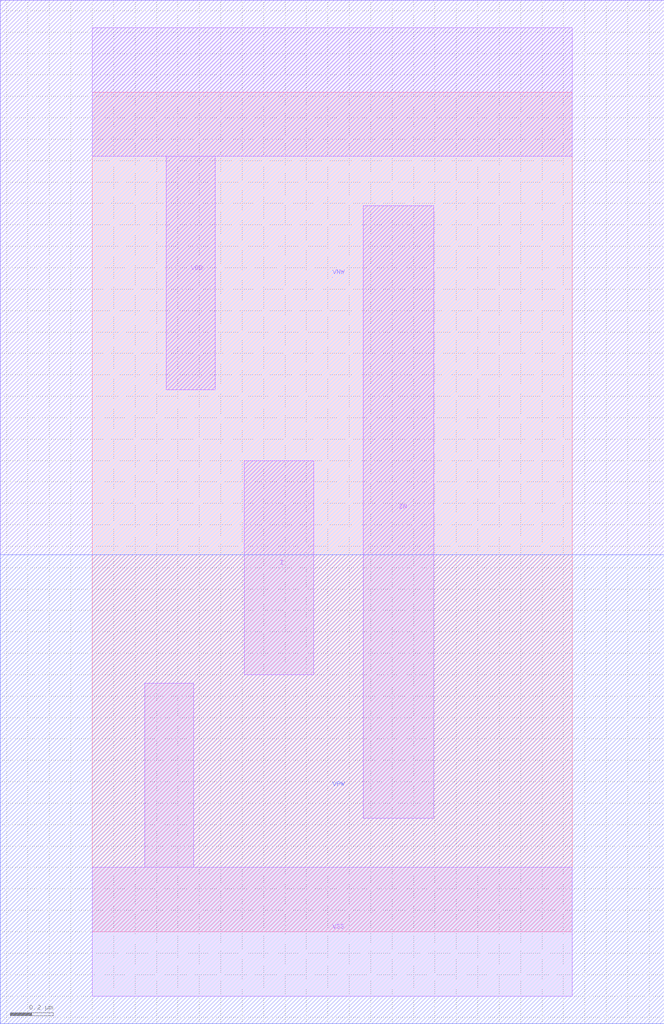
<source format=lef>
VERSION 5.7 ;
  NOWIREEXTENSIONATPIN ON ;
  DIVIDERCHAR "/" ;
  BUSBITCHARS "[]" ;
MACRO gf180mcu_fd_sc_mcu7t5v0__inv_1
  CLASS BLOCK ;
  FOREIGN gf180mcu_fd_sc_mcu7t5v0__inv_1 ;
  ORIGIN 0.000 0.000 ;
  SIZE 2.240 BY 3.920 ;
  SYMMETRY X Y ;
  SITE GF018hv5v_mcu_sc7 ;
  PIN I
    DIRECTION INPUT ;
    ANTENNAGATEAREA 1.102000 ;
    PORT
      LAYER Metal1 ;
        RECT 0.710 1.200 1.035 2.200 ;
    END
  END I
  PIN ZN
    DIRECTION OUTPUT ;
    ANTENNADIFFAREA 0.897600 ;
    PORT
      LAYER Metal1 ;
        RECT 1.265 0.530 1.595 3.390 ;
    END
  END ZN
  PIN VDD
    DIRECTION INOUT ;
    USE POWER ;
    SHAPE ABUTMENT ;
    PORT
      LAYER Metal1 ;
        RECT 0.000 3.620 2.240 4.220 ;
        RECT 0.345 2.530 0.575 3.620 ;
    END
  END VDD
  PIN VNW
    DIRECTION INOUT ;
    USE POWER ;
    PORT
      LAYER Nwell ;
        RECT -0.430 1.760 2.670 4.350 ;
    END
  END VNW
  PIN VPW
    DIRECTION INOUT ;
    USE GROUND ;
    PORT
      LAYER Pwell ;
        RECT -0.430 -0.430 2.670 1.760 ;
    END
  END VPW
  PIN VSS
    DIRECTION INOUT ;
    USE GROUND ;
    SHAPE ABUTMENT ;
    PORT
      LAYER Metal1 ;
        RECT 0.245 0.300 0.475 1.160 ;
        RECT 0.000 -0.300 2.240 0.300 ;
    END
  END VSS
END gf180mcu_fd_sc_mcu7t5v0__inv_1
END LIBRARY
</source>
